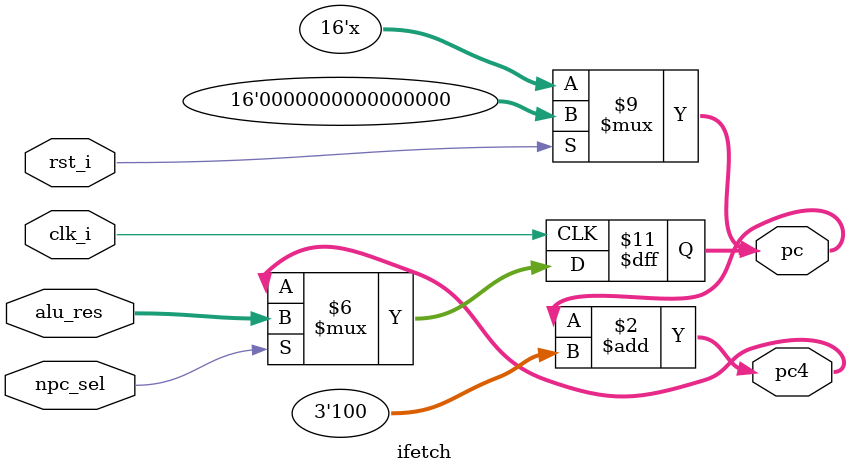
<source format=v>
module ifetch(
    input   wire            clk_i,
    input   wire            rst_i,
    input   wire            npc_sel,
    input   wire [15:0]     alu_res,
    output  reg  [15:0]     pc,
    output  wire [15:0]     pc4
);

always @(rst_i) begin
    if (rst_i)    pc = 16'b0;
end

assign pc4 = pc + 3'b100;       // 下一条指令的地址

// 更新pc使用时序逻辑
always @(posedge clk_i) begin
    if (npc_sel == 1'b0)
        pc <= pc4;              // 如果不选择分支，设置pc为下一条指令
    else
        pc <= alu_res;          // 否则跳转到ALU指令执行结果
end


endmodule
</source>
